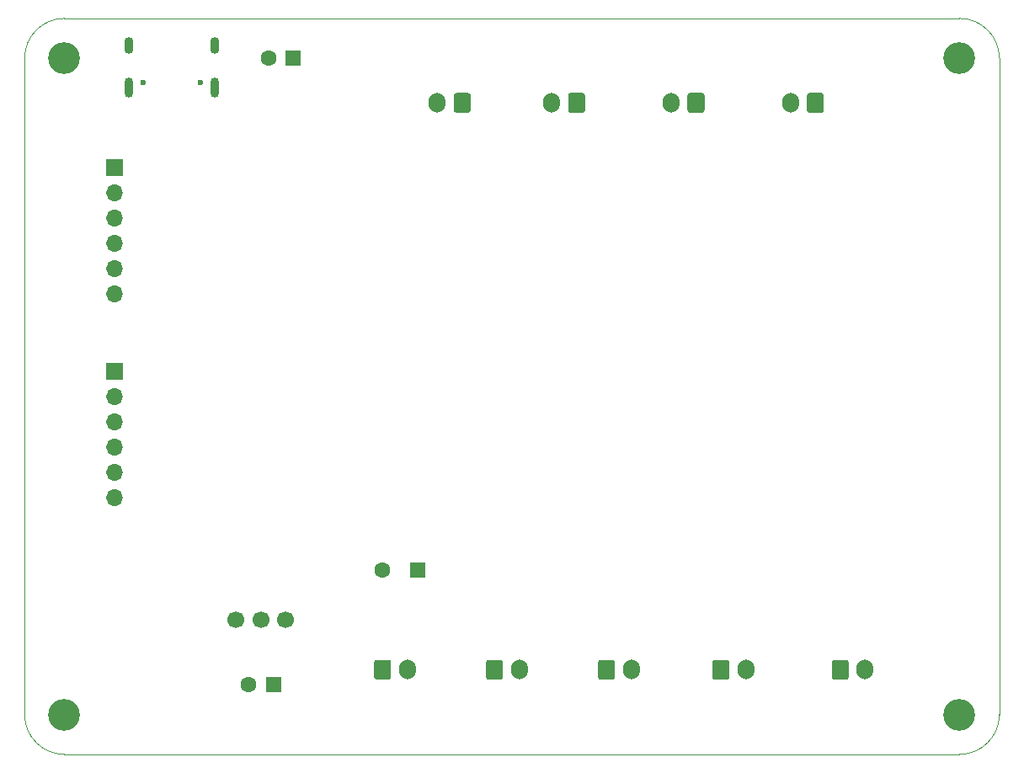
<source format=gbs>
%TF.GenerationSoftware,KiCad,Pcbnew,(5.1.12)-1*%
%TF.CreationDate,2022-03-18T17:06:52+09:00*%
%TF.ProjectId,NHK2022_Solenoid_Valve,4e484b32-3032-4325-9f53-6f6c656e6f69,rev?*%
%TF.SameCoordinates,PX42c1d80PY7bfa480*%
%TF.FileFunction,Soldermask,Bot*%
%TF.FilePolarity,Negative*%
%FSLAX46Y46*%
G04 Gerber Fmt 4.6, Leading zero omitted, Abs format (unit mm)*
G04 Created by KiCad (PCBNEW (5.1.12)-1) date 2022-03-18 17:06:52*
%MOMM*%
%LPD*%
G01*
G04 APERTURE LIST*
%TA.AperFunction,Profile*%
%ADD10C,0.050000*%
%TD*%
%ADD11C,3.200000*%
%ADD12C,1.600000*%
%ADD13R,1.600000X1.600000*%
%ADD14O,1.700000X2.000000*%
%ADD15O,1.700000X1.700000*%
%ADD16R,1.700000X1.700000*%
%ADD17O,0.900000X2.000000*%
%ADD18O,0.900000X1.700000*%
%ADD19C,0.600000*%
%ADD20C,1.700000*%
G04 APERTURE END LIST*
D10*
X140000000Y-56000000D02*
X164000000Y-56000000D01*
X164000000Y-130000000D02*
X140000000Y-130000000D01*
X168000000Y-60000000D02*
X168000000Y-126000000D01*
X164000000Y-56000000D02*
G75*
G02*
X168000000Y-60000000I0J-4000000D01*
G01*
X168000000Y-126000000D02*
G75*
G02*
X164000000Y-130000000I-4000000J0D01*
G01*
X74000000Y-56000000D02*
X140000000Y-56000000D01*
X70000000Y-60000000D02*
G75*
G02*
X74000000Y-56000000I4000000J0D01*
G01*
X70000000Y-60000000D02*
X70000000Y-126000000D01*
X74000000Y-130000000D02*
X140000000Y-130000000D01*
X74000000Y-130000000D02*
G75*
G02*
X70000000Y-126000000I0J4000000D01*
G01*
D11*
%TO.C,REF1*%
X74000000Y-60000000D03*
%TD*%
%TO.C,REF2*%
X164000000Y-60000000D03*
%TD*%
%TO.C,REF3*%
X164000000Y-126000000D03*
%TD*%
%TO.C,REF4*%
X74000000Y-126000000D03*
%TD*%
D12*
%TO.C,C3*%
X94500000Y-60000000D03*
D13*
X97000000Y-60000000D03*
%TD*%
%TO.C,C10*%
X95000000Y-123000000D03*
D12*
X92500000Y-123000000D03*
%TD*%
D13*
%TO.C,C1*%
X109500000Y-111500000D03*
D12*
X106000000Y-111500000D03*
%TD*%
%TO.C,J1*%
G36*
G01*
X127650000Y-122250000D02*
X127650000Y-120750000D01*
G75*
G02*
X127900000Y-120500000I250000J0D01*
G01*
X129100000Y-120500000D01*
G75*
G02*
X129350000Y-120750000I0J-250000D01*
G01*
X129350000Y-122250000D01*
G75*
G02*
X129100000Y-122500000I-250000J0D01*
G01*
X127900000Y-122500000D01*
G75*
G02*
X127650000Y-122250000I0J250000D01*
G01*
G37*
D14*
X131000000Y-121500000D03*
%TD*%
%TO.C,J2*%
G36*
G01*
X114850000Y-63750000D02*
X114850000Y-65250000D01*
G75*
G02*
X114600000Y-65500000I-250000J0D01*
G01*
X113400000Y-65500000D01*
G75*
G02*
X113150000Y-65250000I0J250000D01*
G01*
X113150000Y-63750000D01*
G75*
G02*
X113400000Y-63500000I250000J0D01*
G01*
X114600000Y-63500000D01*
G75*
G02*
X114850000Y-63750000I0J-250000D01*
G01*
G37*
X111500000Y-64500000D03*
%TD*%
%TO.C,J3*%
G36*
G01*
X126350000Y-63750000D02*
X126350000Y-65250000D01*
G75*
G02*
X126100000Y-65500000I-250000J0D01*
G01*
X124900000Y-65500000D01*
G75*
G02*
X124650000Y-65250000I0J250000D01*
G01*
X124650000Y-63750000D01*
G75*
G02*
X124900000Y-63500000I250000J0D01*
G01*
X126100000Y-63500000D01*
G75*
G02*
X126350000Y-63750000I0J-250000D01*
G01*
G37*
X123000000Y-64500000D03*
%TD*%
%TO.C,J4*%
X135000000Y-64500000D03*
G36*
G01*
X138350000Y-63750000D02*
X138350000Y-65250000D01*
G75*
G02*
X138100000Y-65500000I-250000J0D01*
G01*
X136900000Y-65500000D01*
G75*
G02*
X136650000Y-65250000I0J250000D01*
G01*
X136650000Y-63750000D01*
G75*
G02*
X136900000Y-63500000I250000J0D01*
G01*
X138100000Y-63500000D01*
G75*
G02*
X138350000Y-63750000I0J-250000D01*
G01*
G37*
%TD*%
%TO.C,J5*%
X147000000Y-64500000D03*
G36*
G01*
X150350000Y-63750000D02*
X150350000Y-65250000D01*
G75*
G02*
X150100000Y-65500000I-250000J0D01*
G01*
X148900000Y-65500000D01*
G75*
G02*
X148650000Y-65250000I0J250000D01*
G01*
X148650000Y-63750000D01*
G75*
G02*
X148900000Y-63500000I250000J0D01*
G01*
X150100000Y-63500000D01*
G75*
G02*
X150350000Y-63750000I0J-250000D01*
G01*
G37*
%TD*%
%TO.C,J6*%
G36*
G01*
X151150000Y-122250000D02*
X151150000Y-120750000D01*
G75*
G02*
X151400000Y-120500000I250000J0D01*
G01*
X152600000Y-120500000D01*
G75*
G02*
X152850000Y-120750000I0J-250000D01*
G01*
X152850000Y-122250000D01*
G75*
G02*
X152600000Y-122500000I-250000J0D01*
G01*
X151400000Y-122500000D01*
G75*
G02*
X151150000Y-122250000I0J250000D01*
G01*
G37*
X154500000Y-121500000D03*
%TD*%
%TO.C,J7*%
X142500000Y-121500000D03*
G36*
G01*
X139150000Y-122250000D02*
X139150000Y-120750000D01*
G75*
G02*
X139400000Y-120500000I250000J0D01*
G01*
X140600000Y-120500000D01*
G75*
G02*
X140850000Y-120750000I0J-250000D01*
G01*
X140850000Y-122250000D01*
G75*
G02*
X140600000Y-122500000I-250000J0D01*
G01*
X139400000Y-122500000D01*
G75*
G02*
X139150000Y-122250000I0J250000D01*
G01*
G37*
%TD*%
%TO.C,J8*%
X108500000Y-121500000D03*
G36*
G01*
X105150000Y-122250000D02*
X105150000Y-120750000D01*
G75*
G02*
X105400000Y-120500000I250000J0D01*
G01*
X106600000Y-120500000D01*
G75*
G02*
X106850000Y-120750000I0J-250000D01*
G01*
X106850000Y-122250000D01*
G75*
G02*
X106600000Y-122500000I-250000J0D01*
G01*
X105400000Y-122500000D01*
G75*
G02*
X105150000Y-122250000I0J250000D01*
G01*
G37*
%TD*%
%TO.C,J9*%
G36*
G01*
X116400000Y-122250000D02*
X116400000Y-120750000D01*
G75*
G02*
X116650000Y-120500000I250000J0D01*
G01*
X117850000Y-120500000D01*
G75*
G02*
X118100000Y-120750000I0J-250000D01*
G01*
X118100000Y-122250000D01*
G75*
G02*
X117850000Y-122500000I-250000J0D01*
G01*
X116650000Y-122500000D01*
G75*
G02*
X116400000Y-122250000I0J250000D01*
G01*
G37*
X119750000Y-121500000D03*
%TD*%
D15*
%TO.C,UART*%
X79000000Y-83700000D03*
X79000000Y-81160000D03*
X79000000Y-78620000D03*
X79000000Y-76080000D03*
X79000000Y-73540000D03*
D16*
X79000000Y-71000000D03*
%TD*%
D17*
%TO.C,J12*%
X89120000Y-62930000D03*
X80480000Y-62930000D03*
D18*
X89120000Y-58760000D03*
X80480000Y-58760000D03*
D19*
X81910000Y-62450000D03*
X87690000Y-62450000D03*
%TD*%
D20*
%TO.C,Y1*%
X91250000Y-116500000D03*
X93750000Y-116500000D03*
X96250000Y-116500000D03*
%TD*%
D16*
%TO.C,ST-Link*%
X79000000Y-91500000D03*
D15*
X79000000Y-94040000D03*
X79000000Y-96580000D03*
X79000000Y-99120000D03*
X79000000Y-101660000D03*
X79000000Y-104200000D03*
%TD*%
M02*

</source>
